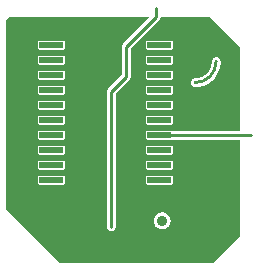
<source format=gbr>
G04 start of page 2 for group 0 idx 0 *
G04 Title: (unknown), top *
G04 Creator: pcb 20110918 *
G04 CreationDate: Sun 22 Mar 2015 03:01:55 PM GMT UTC *
G04 For: jason *
G04 Format: Gerber/RS-274X *
G04 PCB-Dimensions: 600000 500000 *
G04 PCB-Coordinate-Origin: lower left *
%MOIN*%
%FSLAX25Y25*%
%LNTOP*%
%ADD63C,0.0200*%
%ADD62C,0.0360*%
%ADD61R,0.0200X0.0200*%
%ADD60C,0.0100*%
%ADD59C,0.0001*%
G54D59*G36*
X70502Y493000D02*X72000D01*
X82000Y483000D01*
Y455000D01*
X70502D01*
Y470250D01*
X70596Y470289D01*
X71254Y470632D01*
X71880Y471031D01*
X72469Y471482D01*
X73016Y471984D01*
X73518Y472531D01*
X73969Y473120D01*
X74368Y473746D01*
X74711Y474404D01*
X74995Y475090D01*
X75218Y475798D01*
X75379Y476523D01*
X75476Y477258D01*
X75508Y478000D01*
X75491Y478236D01*
X75436Y478467D01*
X75345Y478685D01*
X75222Y478887D01*
X75068Y479068D01*
X74887Y479222D01*
X74685Y479345D01*
X74467Y479436D01*
X74236Y479491D01*
X74000Y479510D01*
X73764Y479491D01*
X73533Y479436D01*
X73315Y479345D01*
X73113Y479222D01*
X72932Y479068D01*
X72778Y478887D01*
X72655Y478685D01*
X72564Y478467D01*
X72509Y478236D01*
X72495Y478000D01*
X72479Y477521D01*
X72416Y477045D01*
X72313Y476576D01*
X72168Y476119D01*
X71985Y475676D01*
X71763Y475250D01*
X71505Y474845D01*
X71213Y474465D01*
X70889Y474111D01*
X70535Y473787D01*
X70502Y473761D01*
Y493000D01*
G37*
G36*
Y452000D02*X82000D01*
Y420000D01*
X73000Y411000D01*
X70502D01*
Y452000D01*
G37*
G36*
X55000Y491879D02*X55019Y491898D01*
X55064Y491936D01*
X55217Y492115D01*
X55217Y492116D01*
X55341Y492317D01*
X55431Y492535D01*
X55486Y492765D01*
X55505Y493000D01*
X70502D01*
Y473761D01*
X70155Y473495D01*
X69750Y473237D01*
X69324Y473015D01*
X68881Y472832D01*
X68424Y472687D01*
X67955Y472584D01*
X67479Y472521D01*
X67000Y472500D01*
X66765Y472486D01*
X66535Y472431D01*
X66317Y472341D01*
X66116Y472217D01*
X65936Y472064D01*
X65783Y471884D01*
X65659Y471683D01*
X65569Y471465D01*
X65514Y471235D01*
X65495Y471000D01*
X65514Y470765D01*
X65569Y470535D01*
X65659Y470317D01*
X65783Y470116D01*
X65936Y469936D01*
X66116Y469783D01*
X66317Y469659D01*
X66535Y469569D01*
X66765Y469514D01*
X67000Y469500D01*
X67742Y469524D01*
X68477Y469621D01*
X69202Y469782D01*
X69910Y470005D01*
X70502Y470250D01*
Y455000D01*
X55000D01*
Y457002D01*
X59078Y457005D01*
X59155Y457023D01*
X59228Y457053D01*
X59295Y457094D01*
X59355Y457145D01*
X59406Y457205D01*
X59447Y457272D01*
X59477Y457345D01*
X59495Y457422D01*
X59500Y457500D01*
X59495Y459578D01*
X59477Y459655D01*
X59447Y459728D01*
X59406Y459795D01*
X59355Y459855D01*
X59295Y459906D01*
X59228Y459947D01*
X59155Y459977D01*
X59078Y459995D01*
X59000Y460000D01*
X55000Y459998D01*
Y462002D01*
X59078Y462005D01*
X59155Y462023D01*
X59228Y462053D01*
X59295Y462094D01*
X59355Y462145D01*
X59406Y462205D01*
X59447Y462272D01*
X59477Y462345D01*
X59495Y462422D01*
X59500Y462500D01*
X59495Y464578D01*
X59477Y464655D01*
X59447Y464728D01*
X59406Y464795D01*
X59355Y464855D01*
X59295Y464906D01*
X59228Y464947D01*
X59155Y464977D01*
X59078Y464995D01*
X59000Y465000D01*
X55000Y464998D01*
Y467002D01*
X59078Y467005D01*
X59155Y467023D01*
X59228Y467053D01*
X59295Y467094D01*
X59355Y467145D01*
X59406Y467205D01*
X59447Y467272D01*
X59477Y467345D01*
X59495Y467422D01*
X59500Y467500D01*
X59495Y469578D01*
X59477Y469655D01*
X59447Y469728D01*
X59406Y469795D01*
X59355Y469855D01*
X59295Y469906D01*
X59228Y469947D01*
X59155Y469977D01*
X59078Y469995D01*
X59000Y470000D01*
X55000Y469998D01*
Y472002D01*
X59078Y472005D01*
X59155Y472023D01*
X59228Y472053D01*
X59295Y472094D01*
X59355Y472145D01*
X59406Y472205D01*
X59447Y472272D01*
X59477Y472345D01*
X59495Y472422D01*
X59500Y472500D01*
X59495Y474578D01*
X59477Y474655D01*
X59447Y474728D01*
X59406Y474795D01*
X59355Y474855D01*
X59295Y474906D01*
X59228Y474947D01*
X59155Y474977D01*
X59078Y474995D01*
X59000Y475000D01*
X55000Y474998D01*
Y477002D01*
X59078Y477005D01*
X59155Y477023D01*
X59228Y477053D01*
X59295Y477094D01*
X59355Y477145D01*
X59406Y477205D01*
X59447Y477272D01*
X59477Y477345D01*
X59495Y477422D01*
X59500Y477500D01*
X59495Y479578D01*
X59477Y479655D01*
X59447Y479728D01*
X59406Y479795D01*
X59355Y479855D01*
X59295Y479906D01*
X59228Y479947D01*
X59155Y479977D01*
X59078Y479995D01*
X59000Y480000D01*
X55000Y479998D01*
Y482002D01*
X59078Y482005D01*
X59155Y482023D01*
X59228Y482053D01*
X59295Y482094D01*
X59355Y482145D01*
X59406Y482205D01*
X59447Y482272D01*
X59477Y482345D01*
X59495Y482422D01*
X59500Y482500D01*
X59495Y484578D01*
X59477Y484655D01*
X59447Y484728D01*
X59406Y484795D01*
X59355Y484855D01*
X59295Y484906D01*
X59228Y484947D01*
X59155Y484977D01*
X59078Y484995D01*
X59000Y485000D01*
X55000Y484998D01*
Y491879D01*
G37*
G36*
Y452000D02*X70502D01*
Y411000D01*
X55000D01*
Y422384D01*
X55132Y422329D01*
X55561Y422226D01*
X56000Y422191D01*
X56439Y422226D01*
X56868Y422329D01*
X57275Y422497D01*
X57651Y422728D01*
X57986Y423014D01*
X58272Y423349D01*
X58503Y423725D01*
X58671Y424132D01*
X58774Y424561D01*
X58800Y425000D01*
X58774Y425439D01*
X58671Y425868D01*
X58503Y426275D01*
X58272Y426651D01*
X57986Y426986D01*
X57651Y427272D01*
X57275Y427503D01*
X56868Y427671D01*
X56439Y427774D01*
X56000Y427809D01*
X55561Y427774D01*
X55132Y427671D01*
X55000Y427616D01*
Y437002D01*
X59078Y437005D01*
X59155Y437023D01*
X59228Y437053D01*
X59295Y437094D01*
X59355Y437145D01*
X59406Y437205D01*
X59447Y437272D01*
X59477Y437345D01*
X59495Y437422D01*
X59500Y437500D01*
X59495Y439578D01*
X59477Y439655D01*
X59447Y439728D01*
X59406Y439795D01*
X59355Y439855D01*
X59295Y439906D01*
X59228Y439947D01*
X59155Y439977D01*
X59078Y439995D01*
X59000Y440000D01*
X55000Y439998D01*
Y442002D01*
X59078Y442005D01*
X59155Y442023D01*
X59228Y442053D01*
X59295Y442094D01*
X59355Y442145D01*
X59406Y442205D01*
X59447Y442272D01*
X59477Y442345D01*
X59495Y442422D01*
X59500Y442500D01*
X59495Y444578D01*
X59477Y444655D01*
X59447Y444728D01*
X59406Y444795D01*
X59355Y444855D01*
X59295Y444906D01*
X59228Y444947D01*
X59155Y444977D01*
X59078Y444995D01*
X59000Y445000D01*
X55000Y444998D01*
Y447002D01*
X59078Y447005D01*
X59155Y447023D01*
X59228Y447053D01*
X59295Y447094D01*
X59355Y447145D01*
X59406Y447205D01*
X59447Y447272D01*
X59477Y447345D01*
X59495Y447422D01*
X59500Y447500D01*
X59495Y449578D01*
X59477Y449655D01*
X59447Y449728D01*
X59406Y449795D01*
X59355Y449855D01*
X59295Y449906D01*
X59228Y449947D01*
X59155Y449977D01*
X59078Y449995D01*
X59000Y450000D01*
X55000Y449998D01*
Y452000D01*
G37*
G36*
X50500Y454500D02*X50505Y452422D01*
X50523Y452345D01*
X50553Y452272D01*
X50594Y452205D01*
X50645Y452145D01*
X50705Y452094D01*
X50772Y452053D01*
X50845Y452023D01*
X50922Y452005D01*
X51000Y452000D01*
X54962Y452002D01*
X55000Y452000D01*
Y449998D01*
X50922Y449995D01*
X50845Y449977D01*
X50772Y449947D01*
X50705Y449906D01*
X50645Y449855D01*
X50594Y449795D01*
X50553Y449728D01*
X50523Y449655D01*
X50505Y449578D01*
X50500Y449500D01*
X50505Y447422D01*
X50523Y447345D01*
X50553Y447272D01*
X50594Y447205D01*
X50645Y447145D01*
X50705Y447094D01*
X50772Y447053D01*
X50845Y447023D01*
X50922Y447005D01*
X51000Y447000D01*
X55000Y447002D01*
Y444998D01*
X50922Y444995D01*
X50845Y444977D01*
X50772Y444947D01*
X50705Y444906D01*
X50645Y444855D01*
X50594Y444795D01*
X50553Y444728D01*
X50523Y444655D01*
X50505Y444578D01*
X50500Y444500D01*
X50505Y442422D01*
X50523Y442345D01*
X50553Y442272D01*
X50594Y442205D01*
X50645Y442145D01*
X50705Y442094D01*
X50772Y442053D01*
X50845Y442023D01*
X50922Y442005D01*
X51000Y442000D01*
X55000Y442002D01*
Y439998D01*
X50922Y439995D01*
X50845Y439977D01*
X50772Y439947D01*
X50705Y439906D01*
X50645Y439855D01*
X50594Y439795D01*
X50553Y439728D01*
X50523Y439655D01*
X50505Y439578D01*
X50500Y439500D01*
X50505Y437422D01*
X50523Y437345D01*
X50553Y437272D01*
X50594Y437205D01*
X50645Y437145D01*
X50705Y437094D01*
X50772Y437053D01*
X50845Y437023D01*
X50922Y437005D01*
X51000Y437000D01*
X55000Y437002D01*
Y427616D01*
X54725Y427503D01*
X54349Y427272D01*
X54014Y426986D01*
X53728Y426651D01*
X53497Y426275D01*
X53329Y425868D01*
X53226Y425439D01*
X53191Y425000D01*
X53226Y424561D01*
X53329Y424132D01*
X53497Y423725D01*
X53728Y423349D01*
X54014Y423014D01*
X54349Y422728D01*
X54725Y422497D01*
X55000Y422384D01*
Y411000D01*
X22000D01*
X19000Y414000D01*
Y437002D01*
X23078Y437005D01*
X23155Y437023D01*
X23228Y437053D01*
X23295Y437094D01*
X23355Y437145D01*
X23406Y437205D01*
X23447Y437272D01*
X23477Y437345D01*
X23495Y437422D01*
X23500Y437500D01*
X23495Y439578D01*
X23477Y439655D01*
X23447Y439728D01*
X23406Y439795D01*
X23355Y439855D01*
X23295Y439906D01*
X23228Y439947D01*
X23155Y439977D01*
X23078Y439995D01*
X23000Y440000D01*
X19000Y439998D01*
Y442002D01*
X23078Y442005D01*
X23155Y442023D01*
X23228Y442053D01*
X23295Y442094D01*
X23355Y442145D01*
X23406Y442205D01*
X23447Y442272D01*
X23477Y442345D01*
X23495Y442422D01*
X23500Y442500D01*
X23495Y444578D01*
X23477Y444655D01*
X23447Y444728D01*
X23406Y444795D01*
X23355Y444855D01*
X23295Y444906D01*
X23228Y444947D01*
X23155Y444977D01*
X23078Y444995D01*
X23000Y445000D01*
X19000Y444998D01*
Y447002D01*
X23078Y447005D01*
X23155Y447023D01*
X23228Y447053D01*
X23295Y447094D01*
X23355Y447145D01*
X23406Y447205D01*
X23447Y447272D01*
X23477Y447345D01*
X23495Y447422D01*
X23500Y447500D01*
X23495Y449578D01*
X23477Y449655D01*
X23447Y449728D01*
X23406Y449795D01*
X23355Y449855D01*
X23295Y449906D01*
X23228Y449947D01*
X23155Y449977D01*
X23078Y449995D01*
X23000Y450000D01*
X19000Y449998D01*
Y452002D01*
X23078Y452005D01*
X23155Y452023D01*
X23228Y452053D01*
X23295Y452094D01*
X23355Y452145D01*
X23406Y452205D01*
X23447Y452272D01*
X23477Y452345D01*
X23495Y452422D01*
X23500Y452500D01*
X23495Y454578D01*
X23477Y454655D01*
X23447Y454728D01*
X23406Y454795D01*
X23355Y454855D01*
X23295Y454906D01*
X23228Y454947D01*
X23155Y454977D01*
X23078Y454995D01*
X23000Y455000D01*
X19000Y454998D01*
Y457002D01*
X23078Y457005D01*
X23155Y457023D01*
X23228Y457053D01*
X23295Y457094D01*
X23355Y457145D01*
X23406Y457205D01*
X23447Y457272D01*
X23477Y457345D01*
X23495Y457422D01*
X23500Y457500D01*
X23495Y459578D01*
X23477Y459655D01*
X23447Y459728D01*
X23406Y459795D01*
X23355Y459855D01*
X23295Y459906D01*
X23228Y459947D01*
X23155Y459977D01*
X23078Y459995D01*
X23000Y460000D01*
X19000Y459998D01*
Y462002D01*
X23078Y462005D01*
X23155Y462023D01*
X23228Y462053D01*
X23295Y462094D01*
X23355Y462145D01*
X23406Y462205D01*
X23447Y462272D01*
X23477Y462345D01*
X23495Y462422D01*
X23500Y462500D01*
X23495Y464578D01*
X23477Y464655D01*
X23447Y464728D01*
X23406Y464795D01*
X23355Y464855D01*
X23295Y464906D01*
X23228Y464947D01*
X23155Y464977D01*
X23078Y464995D01*
X23000Y465000D01*
X19000Y464998D01*
Y467002D01*
X23078Y467005D01*
X23155Y467023D01*
X23228Y467053D01*
X23295Y467094D01*
X23355Y467145D01*
X23406Y467205D01*
X23447Y467272D01*
X23477Y467345D01*
X23495Y467422D01*
X23500Y467500D01*
X23495Y469578D01*
X23477Y469655D01*
X23447Y469728D01*
X23406Y469795D01*
X23355Y469855D01*
X23295Y469906D01*
X23228Y469947D01*
X23155Y469977D01*
X23078Y469995D01*
X23000Y470000D01*
X19000Y469998D01*
Y472002D01*
X23078Y472005D01*
X23155Y472023D01*
X23228Y472053D01*
X23295Y472094D01*
X23355Y472145D01*
X23406Y472205D01*
X23447Y472272D01*
X23477Y472345D01*
X23495Y472422D01*
X23500Y472500D01*
X23495Y474578D01*
X23477Y474655D01*
X23447Y474728D01*
X23406Y474795D01*
X23355Y474855D01*
X23295Y474906D01*
X23228Y474947D01*
X23155Y474977D01*
X23078Y474995D01*
X23000Y475000D01*
X19000Y474998D01*
Y477002D01*
X23078Y477005D01*
X23155Y477023D01*
X23228Y477053D01*
X23295Y477094D01*
X23355Y477145D01*
X23406Y477205D01*
X23447Y477272D01*
X23477Y477345D01*
X23495Y477422D01*
X23500Y477500D01*
X23495Y479578D01*
X23477Y479655D01*
X23447Y479728D01*
X23406Y479795D01*
X23355Y479855D01*
X23295Y479906D01*
X23228Y479947D01*
X23155Y479977D01*
X23078Y479995D01*
X23000Y480000D01*
X19000Y479998D01*
Y482002D01*
X23078Y482005D01*
X23155Y482023D01*
X23228Y482053D01*
X23295Y482094D01*
X23355Y482145D01*
X23406Y482205D01*
X23447Y482272D01*
X23477Y482345D01*
X23495Y482422D01*
X23500Y482500D01*
X23495Y484578D01*
X23477Y484655D01*
X23447Y484728D01*
X23406Y484795D01*
X23355Y484855D01*
X23295Y484906D01*
X23228Y484947D01*
X23155Y484977D01*
X23078Y484995D01*
X23000Y485000D01*
X19000Y484998D01*
Y493000D01*
X51879D01*
X42981Y484102D01*
X42936Y484064D01*
X42783Y483884D01*
X42659Y483683D01*
X42569Y483465D01*
X42514Y483235D01*
X42514Y483235D01*
X42495Y483000D01*
X42500Y482941D01*
Y473621D01*
X37981Y469102D01*
X37936Y469064D01*
X37783Y468884D01*
X37659Y468683D01*
X37569Y468465D01*
X37514Y468235D01*
X37514Y468235D01*
X37495Y468000D01*
X37500Y467941D01*
Y423000D01*
X37514Y422765D01*
X37569Y422535D01*
X37659Y422317D01*
X37783Y422116D01*
X37936Y421936D01*
X38116Y421783D01*
X38317Y421659D01*
X38535Y421569D01*
X38765Y421514D01*
X39000Y421495D01*
X39235Y421514D01*
X39465Y421569D01*
X39683Y421659D01*
X39884Y421783D01*
X40064Y421936D01*
X40217Y422116D01*
X40341Y422317D01*
X40431Y422535D01*
X40486Y422765D01*
X40500Y423000D01*
Y467379D01*
X45019Y471898D01*
X45064Y471936D01*
X45217Y472116D01*
X45217Y472116D01*
X45341Y472317D01*
X45431Y472535D01*
X45486Y472765D01*
X45505Y473000D01*
X45500Y473059D01*
Y482379D01*
X55000Y491879D01*
Y484998D01*
X51505Y484996D01*
X50922Y484995D01*
X50845Y484977D01*
X50772Y484947D01*
X50705Y484906D01*
X50645Y484855D01*
X50594Y484795D01*
X50553Y484728D01*
X50523Y484655D01*
X50505Y484578D01*
X50500Y484500D01*
X50505Y482422D01*
X50523Y482345D01*
X50553Y482272D01*
X50594Y482205D01*
X50645Y482145D01*
X50705Y482094D01*
X50772Y482053D01*
X50845Y482023D01*
X50922Y482005D01*
X51000Y482000D01*
X55000Y482002D01*
Y479998D01*
X50922Y479995D01*
X50845Y479977D01*
X50772Y479947D01*
X50705Y479906D01*
X50645Y479855D01*
X50594Y479795D01*
X50553Y479728D01*
X50523Y479655D01*
X50505Y479578D01*
X50500Y479500D01*
X50505Y477422D01*
X50523Y477345D01*
X50553Y477272D01*
X50594Y477205D01*
X50645Y477145D01*
X50705Y477094D01*
X50772Y477053D01*
X50845Y477023D01*
X50922Y477005D01*
X51000Y477000D01*
X55000Y477002D01*
Y474998D01*
X50922Y474995D01*
X50845Y474977D01*
X50772Y474947D01*
X50705Y474906D01*
X50645Y474855D01*
X50594Y474795D01*
X50553Y474728D01*
X50523Y474655D01*
X50505Y474578D01*
X50500Y474500D01*
X50505Y472422D01*
X50523Y472345D01*
X50553Y472272D01*
X50594Y472205D01*
X50645Y472145D01*
X50705Y472094D01*
X50772Y472053D01*
X50845Y472023D01*
X50922Y472005D01*
X51000Y472000D01*
X55000Y472002D01*
Y469998D01*
X50922Y469995D01*
X50845Y469977D01*
X50772Y469947D01*
X50705Y469906D01*
X50645Y469855D01*
X50594Y469795D01*
X50553Y469728D01*
X50523Y469655D01*
X50505Y469578D01*
X50500Y469500D01*
X50505Y467422D01*
X50523Y467345D01*
X50553Y467272D01*
X50594Y467205D01*
X50645Y467145D01*
X50705Y467094D01*
X50772Y467053D01*
X50845Y467023D01*
X50922Y467005D01*
X51000Y467000D01*
X55000Y467002D01*
Y464998D01*
X50922Y464995D01*
X50845Y464977D01*
X50772Y464947D01*
X50705Y464906D01*
X50645Y464855D01*
X50594Y464795D01*
X50553Y464728D01*
X50523Y464655D01*
X50505Y464578D01*
X50500Y464500D01*
X50505Y462422D01*
X50523Y462345D01*
X50553Y462272D01*
X50594Y462205D01*
X50645Y462145D01*
X50705Y462094D01*
X50772Y462053D01*
X50845Y462023D01*
X50922Y462005D01*
X51000Y462000D01*
X55000Y462002D01*
Y459998D01*
X50922Y459995D01*
X50845Y459977D01*
X50772Y459947D01*
X50705Y459906D01*
X50645Y459855D01*
X50594Y459795D01*
X50553Y459728D01*
X50523Y459655D01*
X50505Y459578D01*
X50500Y459500D01*
X50505Y457422D01*
X50523Y457345D01*
X50553Y457272D01*
X50594Y457205D01*
X50645Y457145D01*
X50705Y457094D01*
X50772Y457053D01*
X50845Y457023D01*
X50922Y457005D01*
X51000Y457000D01*
X55000Y457002D01*
Y455000D01*
X54961Y454998D01*
X53495Y454997D01*
X50922Y454995D01*
X50845Y454977D01*
X50772Y454947D01*
X50705Y454906D01*
X50645Y454855D01*
X50594Y454795D01*
X50553Y454728D01*
X50523Y454655D01*
X50505Y454578D01*
X50500Y454500D01*
G37*
G36*
X19000Y414000D02*X4000Y429000D01*
Y492000D01*
X5000Y493000D01*
X19000D01*
Y484998D01*
X14922Y484995D01*
X14845Y484977D01*
X14772Y484947D01*
X14705Y484906D01*
X14645Y484855D01*
X14594Y484795D01*
X14553Y484728D01*
X14523Y484655D01*
X14505Y484578D01*
X14500Y484500D01*
X14505Y482422D01*
X14523Y482345D01*
X14553Y482272D01*
X14594Y482205D01*
X14645Y482145D01*
X14705Y482094D01*
X14772Y482053D01*
X14845Y482023D01*
X14922Y482005D01*
X15000Y482000D01*
X19000Y482002D01*
Y479998D01*
X14922Y479995D01*
X14845Y479977D01*
X14772Y479947D01*
X14705Y479906D01*
X14645Y479855D01*
X14594Y479795D01*
X14553Y479728D01*
X14523Y479655D01*
X14505Y479578D01*
X14500Y479500D01*
X14505Y477422D01*
X14523Y477345D01*
X14553Y477272D01*
X14594Y477205D01*
X14645Y477145D01*
X14705Y477094D01*
X14772Y477053D01*
X14845Y477023D01*
X14922Y477005D01*
X15000Y477000D01*
X19000Y477002D01*
Y474998D01*
X14922Y474995D01*
X14845Y474977D01*
X14772Y474947D01*
X14705Y474906D01*
X14645Y474855D01*
X14594Y474795D01*
X14553Y474728D01*
X14523Y474655D01*
X14505Y474578D01*
X14500Y474500D01*
X14505Y472422D01*
X14523Y472345D01*
X14553Y472272D01*
X14594Y472205D01*
X14645Y472145D01*
X14705Y472094D01*
X14772Y472053D01*
X14845Y472023D01*
X14922Y472005D01*
X15000Y472000D01*
X19000Y472002D01*
Y469998D01*
X14922Y469995D01*
X14845Y469977D01*
X14772Y469947D01*
X14705Y469906D01*
X14645Y469855D01*
X14594Y469795D01*
X14553Y469728D01*
X14523Y469655D01*
X14505Y469578D01*
X14500Y469500D01*
X14505Y467422D01*
X14523Y467345D01*
X14553Y467272D01*
X14594Y467205D01*
X14645Y467145D01*
X14705Y467094D01*
X14772Y467053D01*
X14845Y467023D01*
X14922Y467005D01*
X15000Y467000D01*
X19000Y467002D01*
Y464998D01*
X14922Y464995D01*
X14845Y464977D01*
X14772Y464947D01*
X14705Y464906D01*
X14645Y464855D01*
X14594Y464795D01*
X14553Y464728D01*
X14523Y464655D01*
X14505Y464578D01*
X14500Y464500D01*
X14505Y462422D01*
X14523Y462345D01*
X14553Y462272D01*
X14594Y462205D01*
X14645Y462145D01*
X14705Y462094D01*
X14772Y462053D01*
X14845Y462023D01*
X14922Y462005D01*
X15000Y462000D01*
X19000Y462002D01*
Y459998D01*
X14922Y459995D01*
X14845Y459977D01*
X14772Y459947D01*
X14705Y459906D01*
X14645Y459855D01*
X14594Y459795D01*
X14553Y459728D01*
X14523Y459655D01*
X14505Y459578D01*
X14500Y459500D01*
X14505Y457422D01*
X14523Y457345D01*
X14553Y457272D01*
X14594Y457205D01*
X14645Y457145D01*
X14705Y457094D01*
X14772Y457053D01*
X14845Y457023D01*
X14922Y457005D01*
X15000Y457000D01*
X19000Y457002D01*
Y454998D01*
X14922Y454995D01*
X14845Y454977D01*
X14772Y454947D01*
X14705Y454906D01*
X14645Y454855D01*
X14594Y454795D01*
X14553Y454728D01*
X14523Y454655D01*
X14505Y454578D01*
X14500Y454500D01*
X14505Y452422D01*
X14523Y452345D01*
X14553Y452272D01*
X14594Y452205D01*
X14645Y452145D01*
X14705Y452094D01*
X14772Y452053D01*
X14845Y452023D01*
X14922Y452005D01*
X15000Y452000D01*
X19000Y452002D01*
Y449998D01*
X14922Y449995D01*
X14845Y449977D01*
X14772Y449947D01*
X14705Y449906D01*
X14645Y449855D01*
X14594Y449795D01*
X14553Y449728D01*
X14523Y449655D01*
X14505Y449578D01*
X14500Y449500D01*
X14505Y447422D01*
X14523Y447345D01*
X14553Y447272D01*
X14594Y447205D01*
X14645Y447145D01*
X14705Y447094D01*
X14772Y447053D01*
X14845Y447023D01*
X14922Y447005D01*
X15000Y447000D01*
X19000Y447002D01*
Y444998D01*
X14922Y444995D01*
X14845Y444977D01*
X14772Y444947D01*
X14705Y444906D01*
X14645Y444855D01*
X14594Y444795D01*
X14553Y444728D01*
X14523Y444655D01*
X14505Y444578D01*
X14500Y444500D01*
X14505Y442422D01*
X14523Y442345D01*
X14553Y442272D01*
X14594Y442205D01*
X14645Y442145D01*
X14705Y442094D01*
X14772Y442053D01*
X14845Y442023D01*
X14922Y442005D01*
X15000Y442000D01*
X19000Y442002D01*
Y439998D01*
X14922Y439995D01*
X14845Y439977D01*
X14772Y439947D01*
X14705Y439906D01*
X14645Y439855D01*
X14594Y439795D01*
X14553Y439728D01*
X14523Y439655D01*
X14505Y439578D01*
X14500Y439500D01*
X14505Y437422D01*
X14523Y437345D01*
X14553Y437272D01*
X14594Y437205D01*
X14645Y437145D01*
X14705Y437094D01*
X14772Y437053D01*
X14845Y437023D01*
X14922Y437005D01*
X15000Y437000D01*
X19000Y437002D01*
Y414000D01*
G37*
G54D60*X39000Y468000D02*X44000Y473000D01*
Y483000D01*
X54000Y493000D01*
Y496000D01*
X39000Y423000D02*Y468000D01*
X55000Y453500D02*X85500D01*
X67000Y471000D02*G75*G03X74000Y478000I0J7000D01*G01*
G54D61*X16000Y483500D02*X22000D01*
X52000D02*X58000D01*
X16000Y478500D02*X22000D01*
X52000D02*X58000D01*
X16000Y473500D02*X22000D01*
X52000D02*X58000D01*
X16000Y468500D02*X22000D01*
X16000Y463500D02*X22000D01*
X16000Y458500D02*X22000D01*
X16000Y453500D02*X22000D01*
X52000D02*X58000D01*
X52000Y458500D02*X58000D01*
X52000Y463500D02*X58000D01*
X52000Y468500D02*X58000D01*
X16000Y448500D02*X22000D01*
X16000Y443500D02*X22000D01*
X16000Y438500D02*X22000D01*
X52000D02*X58000D01*
X52000Y443500D02*X58000D01*
X52000Y448500D02*X58000D01*
G54D62*X56000Y425000D03*
G54D63*M02*

</source>
